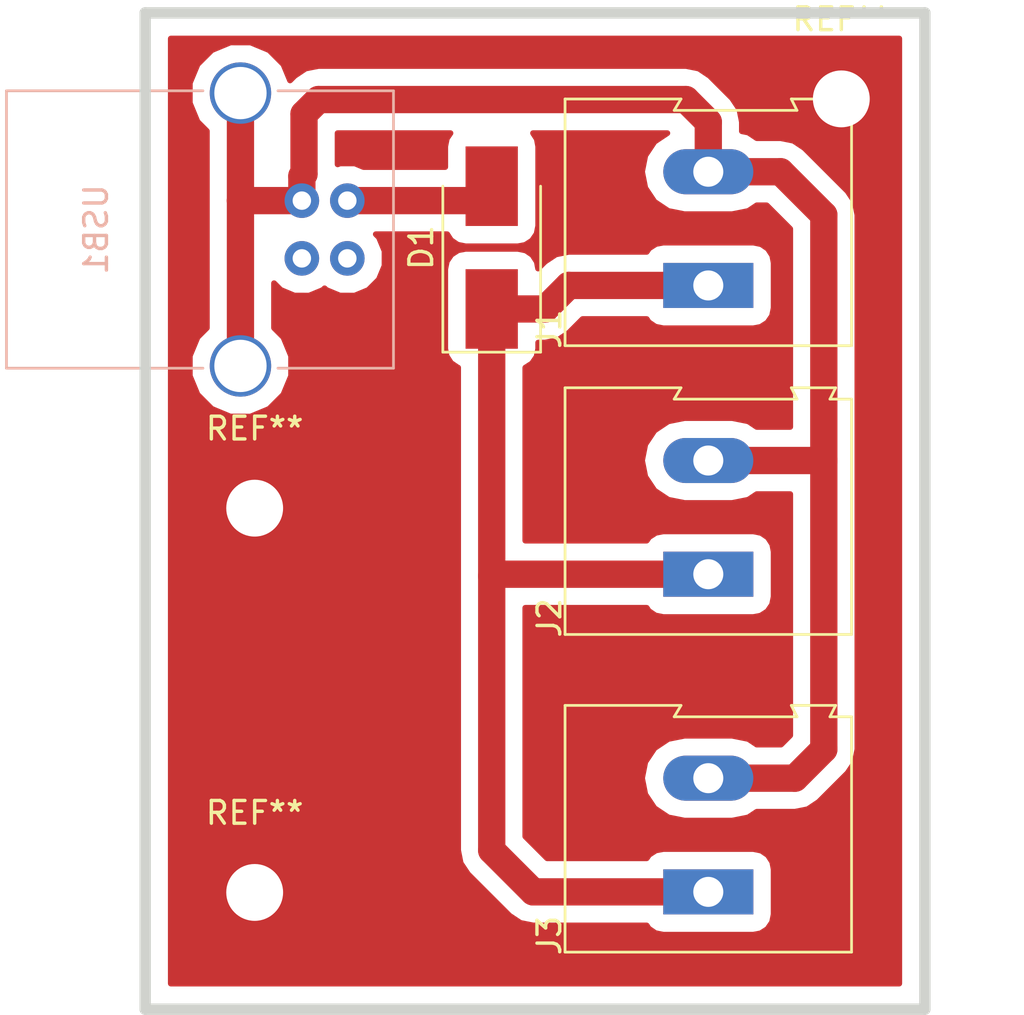
<source format=kicad_pcb>
(kicad_pcb (version 4) (host pcbnew 4.0.6)

  (general
    (links 9)
    (no_connects 0)
    (area 76.649999 32.375 121.878572 77.085001)
    (thickness 1.6)
    (drawings 4)
    (tracks 28)
    (zones 0)
    (modules 8)
    (nets 6)
  )

  (page User 200 150.012)
  (layers
    (0 F.Cu signal)
    (31 B.Cu signal)
    (32 B.Adhes user)
    (33 F.Adhes user)
    (34 B.Paste user)
    (35 F.Paste user)
    (36 B.SilkS user)
    (37 F.SilkS user)
    (38 B.Mask user)
    (39 F.Mask user)
    (40 Dwgs.User user)
    (41 Cmts.User user)
    (42 Eco1.User user)
    (43 Eco2.User user)
    (44 Edge.Cuts user)
    (45 Margin user)
    (46 B.CrtYd user)
    (47 F.CrtYd user)
    (48 B.Fab user)
    (49 F.Fab user)
  )

  (setup
    (last_trace_width 0.25)
    (user_trace_width 0.6)
    (user_trace_width 1.2)
    (trace_clearance 0.15)
    (zone_clearance 0.508)
    (zone_45_only no)
    (trace_min 0.2)
    (segment_width 0.2)
    (edge_width 0.5)
    (via_size 1.6)
    (via_drill 0.8)
    (via_min_size 0.4)
    (via_min_drill 0.3)
    (uvia_size 0.3)
    (uvia_drill 0.1)
    (uvias_allowed no)
    (uvia_min_size 0.2)
    (uvia_min_drill 0.1)
    (pcb_text_width 0.3)
    (pcb_text_size 1.5 1.5)
    (mod_edge_width 0.15)
    (mod_text_size 1 1)
    (mod_text_width 0.15)
    (pad_size 1.524 1.524)
    (pad_drill 0.762)
    (pad_to_mask_clearance 0.2)
    (aux_axis_origin 0 0)
    (visible_elements FFFFEF7F)
    (pcbplotparams
      (layerselection 0x00000_00000001)
      (usegerberextensions false)
      (excludeedgelayer false)
      (linewidth 0.100000)
      (plotframeref false)
      (viasonmask true)
      (mode 1)
      (useauxorigin false)
      (hpglpennumber 1)
      (hpglpenspeed 20)
      (hpglpendiameter 15)
      (hpglpenoverlay 2)
      (psnegative false)
      (psa4output false)
      (plotreference true)
      (plotvalue true)
      (plotinvisibletext false)
      (padsonsilk false)
      (subtractmaskfromsilk false)
      (outputformat 4)
      (mirror false)
      (drillshape 2)
      (scaleselection 1)
      (outputdirectory ""))
  )

  (net 0 "")
  (net 1 "Net-(D1-Pad1)")
  (net 2 "Net-(D1-Pad2)")
  (net 3 GND)
  (net 4 "Net-(USB1-Pad2)")
  (net 5 "Net-(USB1-Pad3)")

  (net_class Default "This is the default net class."
    (clearance 0.15)
    (trace_width 0.25)
    (via_dia 1.6)
    (via_drill 0.8)
    (uvia_dia 0.3)
    (uvia_drill 0.1)
    (add_net GND)
    (add_net "Net-(D1-Pad1)")
    (add_net "Net-(D1-Pad2)")
    (add_net "Net-(USB1-Pad2)")
    (add_net "Net-(USB1-Pad3)")
  )

  (module Diodes_SMD:D_SMB_Handsoldering (layer F.Cu) (tedit 5864304C) (tstamp 5BD13AE1)
    (at 98.425 43.34 90)
    (descr "Diode SMB Handsoldering")
    (tags "Diode SMB Handsoldering")
    (path /5BD13588)
    (attr smd)
    (fp_text reference D1 (at 0 -3.1 90) (layer F.SilkS)
      (effects (font (size 1 1) (thickness 0.15)))
    )
    (fp_text value D (at 0.1 4.75 90) (layer F.Fab)
      (effects (font (size 1 1) (thickness 0.15)))
    )
    (fp_line (start -4.6 -2.15) (end -4.6 2.15) (layer F.SilkS) (width 0.12))
    (fp_line (start 2.3 2) (end -2.3 2) (layer F.Fab) (width 0.1))
    (fp_line (start -2.3 2) (end -2.3 -2) (layer F.Fab) (width 0.1))
    (fp_line (start 2.3 -2) (end 2.3 2) (layer F.Fab) (width 0.1))
    (fp_line (start 2.3 -2) (end -2.3 -2) (layer F.Fab) (width 0.1))
    (fp_line (start -4.7 -2.25) (end 4.7 -2.25) (layer F.CrtYd) (width 0.05))
    (fp_line (start 4.7 -2.25) (end 4.7 2.25) (layer F.CrtYd) (width 0.05))
    (fp_line (start 4.7 2.25) (end -4.7 2.25) (layer F.CrtYd) (width 0.05))
    (fp_line (start -4.7 2.25) (end -4.7 -2.25) (layer F.CrtYd) (width 0.05))
    (fp_line (start -0.64944 0.00102) (end -1.55114 0.00102) (layer F.Fab) (width 0.1))
    (fp_line (start 0.50118 0.00102) (end 1.4994 0.00102) (layer F.Fab) (width 0.1))
    (fp_line (start -0.64944 -0.79908) (end -0.64944 0.80112) (layer F.Fab) (width 0.1))
    (fp_line (start 0.50118 0.75032) (end 0.50118 -0.79908) (layer F.Fab) (width 0.1))
    (fp_line (start -0.64944 0.00102) (end 0.50118 0.75032) (layer F.Fab) (width 0.1))
    (fp_line (start -0.64944 0.00102) (end 0.50118 -0.79908) (layer F.Fab) (width 0.1))
    (fp_line (start -4.6 2.15) (end 2.7 2.15) (layer F.SilkS) (width 0.12))
    (fp_line (start -4.6 -2.15) (end 2.7 -2.15) (layer F.SilkS) (width 0.12))
    (pad 1 smd rect (at -2.7 0 90) (size 3.5 2.3) (layers F.Cu F.Paste F.Mask)
      (net 1 "Net-(D1-Pad1)"))
    (pad 2 smd rect (at 2.7 0 90) (size 3.5 2.3) (layers F.Cu F.Paste F.Mask)
      (net 2 "Net-(D1-Pad2)"))
    (model Diodes_SMD.3dshapes/D_SMB_Handsoldering.wrl
      (at (xyz 0 0 0))
      (scale (xyz 0.3937 0.3937 0.3937))
      (rotate (xyz 0 0 180))
    )
  )

  (module Connectors:AK300-2 (layer F.Cu) (tedit 587FD45E) (tstamp 5BD13AE7)
    (at 107.95 45.005 90)
    (descr CONNECTOR)
    (tags CONNECTOR)
    (path /5BD13746)
    (fp_text reference J1 (at -1.92 -6.99 90) (layer F.SilkS)
      (effects (font (size 1 1) (thickness 0.15)))
    )
    (fp_text value CONN_01X02 (at 2.78 7.75 90) (layer F.Fab)
      (effects (font (size 1 1) (thickness 0.15)))
    )
    (fp_line (start -2.65 -6.3) (end -2.65 6.3) (layer F.SilkS) (width 0.12))
    (fp_line (start -2.65 6.3) (end 7.7 6.3) (layer F.SilkS) (width 0.12))
    (fp_line (start 7.7 6.3) (end 7.7 5.35) (layer F.SilkS) (width 0.12))
    (fp_line (start 7.7 5.35) (end 8.2 5.6) (layer F.SilkS) (width 0.12))
    (fp_line (start 8.2 5.6) (end 8.2 3.7) (layer F.SilkS) (width 0.12))
    (fp_line (start 8.2 3.7) (end 8.2 3.65) (layer F.SilkS) (width 0.12))
    (fp_line (start 8.2 3.65) (end 7.7 3.9) (layer F.SilkS) (width 0.12))
    (fp_line (start 7.7 3.9) (end 7.7 -1.5) (layer F.SilkS) (width 0.12))
    (fp_line (start 7.7 -1.5) (end 8.2 -1.2) (layer F.SilkS) (width 0.12))
    (fp_line (start 8.2 -1.2) (end 8.2 -6.3) (layer F.SilkS) (width 0.12))
    (fp_line (start 8.2 -6.3) (end -2.65 -6.3) (layer F.SilkS) (width 0.12))
    (fp_line (start 8.36 -6.47) (end -2.83 -6.47) (layer F.CrtYd) (width 0.05))
    (fp_line (start 8.36 6.47) (end 8.36 -6.47) (layer F.CrtYd) (width 0.05))
    (fp_line (start -2.83 6.47) (end 8.36 6.47) (layer F.CrtYd) (width 0.05))
    (fp_line (start -2.83 -6.47) (end -2.83 6.47) (layer F.CrtYd) (width 0.05))
    (fp_line (start -1.26 2.54) (end 1.28 2.54) (layer F.Fab) (width 0.1))
    (fp_line (start 1.28 2.54) (end 1.28 -0.25) (layer F.Fab) (width 0.1))
    (fp_line (start -1.26 -0.25) (end 1.28 -0.25) (layer F.Fab) (width 0.1))
    (fp_line (start -1.26 2.54) (end -1.26 -0.25) (layer F.Fab) (width 0.1))
    (fp_line (start 3.74 2.54) (end 6.28 2.54) (layer F.Fab) (width 0.1))
    (fp_line (start 6.28 2.54) (end 6.28 -0.25) (layer F.Fab) (width 0.1))
    (fp_line (start 3.74 -0.25) (end 6.28 -0.25) (layer F.Fab) (width 0.1))
    (fp_line (start 3.74 2.54) (end 3.74 -0.25) (layer F.Fab) (width 0.1))
    (fp_line (start 7.61 -6.22) (end 7.61 -3.17) (layer F.Fab) (width 0.1))
    (fp_line (start 7.61 -6.22) (end -2.58 -6.22) (layer F.Fab) (width 0.1))
    (fp_line (start 7.61 -6.22) (end 8.11 -6.22) (layer F.Fab) (width 0.1))
    (fp_line (start 8.11 -6.22) (end 8.11 -1.4) (layer F.Fab) (width 0.1))
    (fp_line (start 8.11 -1.4) (end 7.61 -1.65) (layer F.Fab) (width 0.1))
    (fp_line (start 8.11 5.46) (end 7.61 5.21) (layer F.Fab) (width 0.1))
    (fp_line (start 7.61 5.21) (end 7.61 6.22) (layer F.Fab) (width 0.1))
    (fp_line (start 8.11 3.81) (end 7.61 4.06) (layer F.Fab) (width 0.1))
    (fp_line (start 7.61 4.06) (end 7.61 5.21) (layer F.Fab) (width 0.1))
    (fp_line (start 8.11 3.81) (end 8.11 5.46) (layer F.Fab) (width 0.1))
    (fp_line (start 2.98 6.22) (end 2.98 4.32) (layer F.Fab) (width 0.1))
    (fp_line (start 7.05 -0.25) (end 7.05 4.32) (layer F.Fab) (width 0.1))
    (fp_line (start 2.98 6.22) (end 7.05 6.22) (layer F.Fab) (width 0.1))
    (fp_line (start 7.05 6.22) (end 7.61 6.22) (layer F.Fab) (width 0.1))
    (fp_line (start 2.04 6.22) (end 2.04 4.32) (layer F.Fab) (width 0.1))
    (fp_line (start 2.04 6.22) (end 2.98 6.22) (layer F.Fab) (width 0.1))
    (fp_line (start -2.02 -0.25) (end -2.02 4.32) (layer F.Fab) (width 0.1))
    (fp_line (start -2.58 6.22) (end -2.02 6.22) (layer F.Fab) (width 0.1))
    (fp_line (start -2.02 6.22) (end 2.04 6.22) (layer F.Fab) (width 0.1))
    (fp_line (start 2.98 4.32) (end 7.05 4.32) (layer F.Fab) (width 0.1))
    (fp_line (start 2.98 4.32) (end 2.98 -0.25) (layer F.Fab) (width 0.1))
    (fp_line (start 7.05 4.32) (end 7.05 6.22) (layer F.Fab) (width 0.1))
    (fp_line (start 2.04 4.32) (end -2.02 4.32) (layer F.Fab) (width 0.1))
    (fp_line (start 2.04 4.32) (end 2.04 -0.25) (layer F.Fab) (width 0.1))
    (fp_line (start -2.02 4.32) (end -2.02 6.22) (layer F.Fab) (width 0.1))
    (fp_line (start 6.67 3.68) (end 6.67 0.51) (layer F.Fab) (width 0.1))
    (fp_line (start 6.67 3.68) (end 3.36 3.68) (layer F.Fab) (width 0.1))
    (fp_line (start 3.36 3.68) (end 3.36 0.51) (layer F.Fab) (width 0.1))
    (fp_line (start 1.66 3.68) (end 1.66 0.51) (layer F.Fab) (width 0.1))
    (fp_line (start 1.66 3.68) (end -1.64 3.68) (layer F.Fab) (width 0.1))
    (fp_line (start -1.64 3.68) (end -1.64 0.51) (layer F.Fab) (width 0.1))
    (fp_line (start -1.64 0.51) (end -1.26 0.51) (layer F.Fab) (width 0.1))
    (fp_line (start 1.66 0.51) (end 1.28 0.51) (layer F.Fab) (width 0.1))
    (fp_line (start 3.36 0.51) (end 3.74 0.51) (layer F.Fab) (width 0.1))
    (fp_line (start 6.67 0.51) (end 6.28 0.51) (layer F.Fab) (width 0.1))
    (fp_line (start -2.58 6.22) (end -2.58 -0.64) (layer F.Fab) (width 0.1))
    (fp_line (start -2.58 -0.64) (end -2.58 -3.17) (layer F.Fab) (width 0.1))
    (fp_line (start 7.61 -1.65) (end 7.61 -0.64) (layer F.Fab) (width 0.1))
    (fp_line (start 7.61 -0.64) (end 7.61 4.06) (layer F.Fab) (width 0.1))
    (fp_line (start -2.58 -3.17) (end 7.61 -3.17) (layer F.Fab) (width 0.1))
    (fp_line (start -2.58 -3.17) (end -2.58 -6.22) (layer F.Fab) (width 0.1))
    (fp_line (start 7.61 -3.17) (end 7.61 -1.65) (layer F.Fab) (width 0.1))
    (fp_line (start 2.98 -3.43) (end 2.98 -5.97) (layer F.Fab) (width 0.1))
    (fp_line (start 2.98 -5.97) (end 7.05 -5.97) (layer F.Fab) (width 0.1))
    (fp_line (start 7.05 -5.97) (end 7.05 -3.43) (layer F.Fab) (width 0.1))
    (fp_line (start 7.05 -3.43) (end 2.98 -3.43) (layer F.Fab) (width 0.1))
    (fp_line (start 2.04 -3.43) (end 2.04 -5.97) (layer F.Fab) (width 0.1))
    (fp_line (start 2.04 -3.43) (end -2.02 -3.43) (layer F.Fab) (width 0.1))
    (fp_line (start -2.02 -3.43) (end -2.02 -5.97) (layer F.Fab) (width 0.1))
    (fp_line (start 2.04 -5.97) (end -2.02 -5.97) (layer F.Fab) (width 0.1))
    (fp_line (start 3.39 -4.45) (end 6.44 -5.08) (layer F.Fab) (width 0.1))
    (fp_line (start 3.52 -4.32) (end 6.56 -4.95) (layer F.Fab) (width 0.1))
    (fp_line (start -1.62 -4.45) (end 1.44 -5.08) (layer F.Fab) (width 0.1))
    (fp_line (start -1.49 -4.32) (end 1.56 -4.95) (layer F.Fab) (width 0.1))
    (fp_line (start -2.02 -0.25) (end -1.64 -0.25) (layer F.Fab) (width 0.1))
    (fp_line (start 2.04 -0.25) (end 1.66 -0.25) (layer F.Fab) (width 0.1))
    (fp_line (start 1.66 -0.25) (end -1.64 -0.25) (layer F.Fab) (width 0.1))
    (fp_line (start -2.58 -0.64) (end -1.64 -0.64) (layer F.Fab) (width 0.1))
    (fp_line (start -1.64 -0.64) (end 1.66 -0.64) (layer F.Fab) (width 0.1))
    (fp_line (start 1.66 -0.64) (end 3.36 -0.64) (layer F.Fab) (width 0.1))
    (fp_line (start 7.61 -0.64) (end 6.67 -0.64) (layer F.Fab) (width 0.1))
    (fp_line (start 6.67 -0.64) (end 3.36 -0.64) (layer F.Fab) (width 0.1))
    (fp_line (start 7.05 -0.25) (end 6.67 -0.25) (layer F.Fab) (width 0.1))
    (fp_line (start 2.98 -0.25) (end 3.36 -0.25) (layer F.Fab) (width 0.1))
    (fp_line (start 3.36 -0.25) (end 6.67 -0.25) (layer F.Fab) (width 0.1))
    (fp_arc (start 6.03 -4.59) (end 6.54 -5.05) (angle 90.5) (layer F.Fab) (width 0.1))
    (fp_arc (start 5.07 -6.07) (end 6.53 -4.12) (angle 75.5) (layer F.Fab) (width 0.1))
    (fp_arc (start 4.99 -3.71) (end 3.39 -5) (angle 100) (layer F.Fab) (width 0.1))
    (fp_arc (start 3.87 -4.65) (end 3.58 -4.13) (angle 104.2) (layer F.Fab) (width 0.1))
    (fp_arc (start 1.03 -4.59) (end 1.53 -5.05) (angle 90.5) (layer F.Fab) (width 0.1))
    (fp_arc (start 0.06 -6.07) (end 1.53 -4.12) (angle 75.5) (layer F.Fab) (width 0.1))
    (fp_arc (start -0.01 -3.71) (end -1.62 -5) (angle 100) (layer F.Fab) (width 0.1))
    (fp_arc (start -1.13 -4.65) (end -1.42 -4.13) (angle 104.2) (layer F.Fab) (width 0.1))
    (pad 1 thru_hole rect (at 0 0 90) (size 1.98 3.96) (drill 1.32) (layers *.Cu F.Paste F.Mask)
      (net 1 "Net-(D1-Pad1)"))
    (pad 2 thru_hole oval (at 5 0 90) (size 1.98 3.96) (drill 1.32) (layers *.Cu F.Paste F.Mask)
      (net 3 GND))
  )

  (module Connectors:AK300-2 (layer F.Cu) (tedit 587FD45E) (tstamp 5BD13AED)
    (at 107.95 57.705 90)
    (descr CONNECTOR)
    (tags CONNECTOR)
    (path /5BD13769)
    (fp_text reference J2 (at -1.92 -6.99 90) (layer F.SilkS)
      (effects (font (size 1 1) (thickness 0.15)))
    )
    (fp_text value CONN_01X02 (at 2.78 7.75 90) (layer F.Fab)
      (effects (font (size 1 1) (thickness 0.15)))
    )
    (fp_line (start -2.65 -6.3) (end -2.65 6.3) (layer F.SilkS) (width 0.12))
    (fp_line (start -2.65 6.3) (end 7.7 6.3) (layer F.SilkS) (width 0.12))
    (fp_line (start 7.7 6.3) (end 7.7 5.35) (layer F.SilkS) (width 0.12))
    (fp_line (start 7.7 5.35) (end 8.2 5.6) (layer F.SilkS) (width 0.12))
    (fp_line (start 8.2 5.6) (end 8.2 3.7) (layer F.SilkS) (width 0.12))
    (fp_line (start 8.2 3.7) (end 8.2 3.65) (layer F.SilkS) (width 0.12))
    (fp_line (start 8.2 3.65) (end 7.7 3.9) (layer F.SilkS) (width 0.12))
    (fp_line (start 7.7 3.9) (end 7.7 -1.5) (layer F.SilkS) (width 0.12))
    (fp_line (start 7.7 -1.5) (end 8.2 -1.2) (layer F.SilkS) (width 0.12))
    (fp_line (start 8.2 -1.2) (end 8.2 -6.3) (layer F.SilkS) (width 0.12))
    (fp_line (start 8.2 -6.3) (end -2.65 -6.3) (layer F.SilkS) (width 0.12))
    (fp_line (start 8.36 -6.47) (end -2.83 -6.47) (layer F.CrtYd) (width 0.05))
    (fp_line (start 8.36 6.47) (end 8.36 -6.47) (layer F.CrtYd) (width 0.05))
    (fp_line (start -2.83 6.47) (end 8.36 6.47) (layer F.CrtYd) (width 0.05))
    (fp_line (start -2.83 -6.47) (end -2.83 6.47) (layer F.CrtYd) (width 0.05))
    (fp_line (start -1.26 2.54) (end 1.28 2.54) (layer F.Fab) (width 0.1))
    (fp_line (start 1.28 2.54) (end 1.28 -0.25) (layer F.Fab) (width 0.1))
    (fp_line (start -1.26 -0.25) (end 1.28 -0.25) (layer F.Fab) (width 0.1))
    (fp_line (start -1.26 2.54) (end -1.26 -0.25) (layer F.Fab) (width 0.1))
    (fp_line (start 3.74 2.54) (end 6.28 2.54) (layer F.Fab) (width 0.1))
    (fp_line (start 6.28 2.54) (end 6.28 -0.25) (layer F.Fab) (width 0.1))
    (fp_line (start 3.74 -0.25) (end 6.28 -0.25) (layer F.Fab) (width 0.1))
    (fp_line (start 3.74 2.54) (end 3.74 -0.25) (layer F.Fab) (width 0.1))
    (fp_line (start 7.61 -6.22) (end 7.61 -3.17) (layer F.Fab) (width 0.1))
    (fp_line (start 7.61 -6.22) (end -2.58 -6.22) (layer F.Fab) (width 0.1))
    (fp_line (start 7.61 -6.22) (end 8.11 -6.22) (layer F.Fab) (width 0.1))
    (fp_line (start 8.11 -6.22) (end 8.11 -1.4) (layer F.Fab) (width 0.1))
    (fp_line (start 8.11 -1.4) (end 7.61 -1.65) (layer F.Fab) (width 0.1))
    (fp_line (start 8.11 5.46) (end 7.61 5.21) (layer F.Fab) (width 0.1))
    (fp_line (start 7.61 5.21) (end 7.61 6.22) (layer F.Fab) (width 0.1))
    (fp_line (start 8.11 3.81) (end 7.61 4.06) (layer F.Fab) (width 0.1))
    (fp_line (start 7.61 4.06) (end 7.61 5.21) (layer F.Fab) (width 0.1))
    (fp_line (start 8.11 3.81) (end 8.11 5.46) (layer F.Fab) (width 0.1))
    (fp_line (start 2.98 6.22) (end 2.98 4.32) (layer F.Fab) (width 0.1))
    (fp_line (start 7.05 -0.25) (end 7.05 4.32) (layer F.Fab) (width 0.1))
    (fp_line (start 2.98 6.22) (end 7.05 6.22) (layer F.Fab) (width 0.1))
    (fp_line (start 7.05 6.22) (end 7.61 6.22) (layer F.Fab) (width 0.1))
    (fp_line (start 2.04 6.22) (end 2.04 4.32) (layer F.Fab) (width 0.1))
    (fp_line (start 2.04 6.22) (end 2.98 6.22) (layer F.Fab) (width 0.1))
    (fp_line (start -2.02 -0.25) (end -2.02 4.32) (layer F.Fab) (width 0.1))
    (fp_line (start -2.58 6.22) (end -2.02 6.22) (layer F.Fab) (width 0.1))
    (fp_line (start -2.02 6.22) (end 2.04 6.22) (layer F.Fab) (width 0.1))
    (fp_line (start 2.98 4.32) (end 7.05 4.32) (layer F.Fab) (width 0.1))
    (fp_line (start 2.98 4.32) (end 2.98 -0.25) (layer F.Fab) (width 0.1))
    (fp_line (start 7.05 4.32) (end 7.05 6.22) (layer F.Fab) (width 0.1))
    (fp_line (start 2.04 4.32) (end -2.02 4.32) (layer F.Fab) (width 0.1))
    (fp_line (start 2.04 4.32) (end 2.04 -0.25) (layer F.Fab) (width 0.1))
    (fp_line (start -2.02 4.32) (end -2.02 6.22) (layer F.Fab) (width 0.1))
    (fp_line (start 6.67 3.68) (end 6.67 0.51) (layer F.Fab) (width 0.1))
    (fp_line (start 6.67 3.68) (end 3.36 3.68) (layer F.Fab) (width 0.1))
    (fp_line (start 3.36 3.68) (end 3.36 0.51) (layer F.Fab) (width 0.1))
    (fp_line (start 1.66 3.68) (end 1.66 0.51) (layer F.Fab) (width 0.1))
    (fp_line (start 1.66 3.68) (end -1.64 3.68) (layer F.Fab) (width 0.1))
    (fp_line (start -1.64 3.68) (end -1.64 0.51) (layer F.Fab) (width 0.1))
    (fp_line (start -1.64 0.51) (end -1.26 0.51) (layer F.Fab) (width 0.1))
    (fp_line (start 1.66 0.51) (end 1.28 0.51) (layer F.Fab) (width 0.1))
    (fp_line (start 3.36 0.51) (end 3.74 0.51) (layer F.Fab) (width 0.1))
    (fp_line (start 6.67 0.51) (end 6.28 0.51) (layer F.Fab) (width 0.1))
    (fp_line (start -2.58 6.22) (end -2.58 -0.64) (layer F.Fab) (width 0.1))
    (fp_line (start -2.58 -0.64) (end -2.58 -3.17) (layer F.Fab) (width 0.1))
    (fp_line (start 7.61 -1.65) (end 7.61 -0.64) (layer F.Fab) (width 0.1))
    (fp_line (start 7.61 -0.64) (end 7.61 4.06) (layer F.Fab) (width 0.1))
    (fp_line (start -2.58 -3.17) (end 7.61 -3.17) (layer F.Fab) (width 0.1))
    (fp_line (start -2.58 -3.17) (end -2.58 -6.22) (layer F.Fab) (width 0.1))
    (fp_line (start 7.61 -3.17) (end 7.61 -1.65) (layer F.Fab) (width 0.1))
    (fp_line (start 2.98 -3.43) (end 2.98 -5.97) (layer F.Fab) (width 0.1))
    (fp_line (start 2.98 -5.97) (end 7.05 -5.97) (layer F.Fab) (width 0.1))
    (fp_line (start 7.05 -5.97) (end 7.05 -3.43) (layer F.Fab) (width 0.1))
    (fp_line (start 7.05 -3.43) (end 2.98 -3.43) (layer F.Fab) (width 0.1))
    (fp_line (start 2.04 -3.43) (end 2.04 -5.97) (layer F.Fab) (width 0.1))
    (fp_line (start 2.04 -3.43) (end -2.02 -3.43) (layer F.Fab) (width 0.1))
    (fp_line (start -2.02 -3.43) (end -2.02 -5.97) (layer F.Fab) (width 0.1))
    (fp_line (start 2.04 -5.97) (end -2.02 -5.97) (layer F.Fab) (width 0.1))
    (fp_line (start 3.39 -4.45) (end 6.44 -5.08) (layer F.Fab) (width 0.1))
    (fp_line (start 3.52 -4.32) (end 6.56 -4.95) (layer F.Fab) (width 0.1))
    (fp_line (start -1.62 -4.45) (end 1.44 -5.08) (layer F.Fab) (width 0.1))
    (fp_line (start -1.49 -4.32) (end 1.56 -4.95) (layer F.Fab) (width 0.1))
    (fp_line (start -2.02 -0.25) (end -1.64 -0.25) (layer F.Fab) (width 0.1))
    (fp_line (start 2.04 -0.25) (end 1.66 -0.25) (layer F.Fab) (width 0.1))
    (fp_line (start 1.66 -0.25) (end -1.64 -0.25) (layer F.Fab) (width 0.1))
    (fp_line (start -2.58 -0.64) (end -1.64 -0.64) (layer F.Fab) (width 0.1))
    (fp_line (start -1.64 -0.64) (end 1.66 -0.64) (layer F.Fab) (width 0.1))
    (fp_line (start 1.66 -0.64) (end 3.36 -0.64) (layer F.Fab) (width 0.1))
    (fp_line (start 7.61 -0.64) (end 6.67 -0.64) (layer F.Fab) (width 0.1))
    (fp_line (start 6.67 -0.64) (end 3.36 -0.64) (layer F.Fab) (width 0.1))
    (fp_line (start 7.05 -0.25) (end 6.67 -0.25) (layer F.Fab) (width 0.1))
    (fp_line (start 2.98 -0.25) (end 3.36 -0.25) (layer F.Fab) (width 0.1))
    (fp_line (start 3.36 -0.25) (end 6.67 -0.25) (layer F.Fab) (width 0.1))
    (fp_arc (start 6.03 -4.59) (end 6.54 -5.05) (angle 90.5) (layer F.Fab) (width 0.1))
    (fp_arc (start 5.07 -6.07) (end 6.53 -4.12) (angle 75.5) (layer F.Fab) (width 0.1))
    (fp_arc (start 4.99 -3.71) (end 3.39 -5) (angle 100) (layer F.Fab) (width 0.1))
    (fp_arc (start 3.87 -4.65) (end 3.58 -4.13) (angle 104.2) (layer F.Fab) (width 0.1))
    (fp_arc (start 1.03 -4.59) (end 1.53 -5.05) (angle 90.5) (layer F.Fab) (width 0.1))
    (fp_arc (start 0.06 -6.07) (end 1.53 -4.12) (angle 75.5) (layer F.Fab) (width 0.1))
    (fp_arc (start -0.01 -3.71) (end -1.62 -5) (angle 100) (layer F.Fab) (width 0.1))
    (fp_arc (start -1.13 -4.65) (end -1.42 -4.13) (angle 104.2) (layer F.Fab) (width 0.1))
    (pad 1 thru_hole rect (at 0 0 90) (size 1.98 3.96) (drill 1.32) (layers *.Cu F.Paste F.Mask)
      (net 1 "Net-(D1-Pad1)"))
    (pad 2 thru_hole oval (at 5 0 90) (size 1.98 3.96) (drill 1.32) (layers *.Cu F.Paste F.Mask)
      (net 3 GND))
  )

  (module Connectors:AK300-2 (layer F.Cu) (tedit 587FD45E) (tstamp 5BD13AF3)
    (at 107.95 71.675 90)
    (descr CONNECTOR)
    (tags CONNECTOR)
    (path /5BD13796)
    (fp_text reference J3 (at -1.92 -6.99 90) (layer F.SilkS)
      (effects (font (size 1 1) (thickness 0.15)))
    )
    (fp_text value CONN_01X02 (at 2.78 7.75 90) (layer F.Fab)
      (effects (font (size 1 1) (thickness 0.15)))
    )
    (fp_line (start -2.65 -6.3) (end -2.65 6.3) (layer F.SilkS) (width 0.12))
    (fp_line (start -2.65 6.3) (end 7.7 6.3) (layer F.SilkS) (width 0.12))
    (fp_line (start 7.7 6.3) (end 7.7 5.35) (layer F.SilkS) (width 0.12))
    (fp_line (start 7.7 5.35) (end 8.2 5.6) (layer F.SilkS) (width 0.12))
    (fp_line (start 8.2 5.6) (end 8.2 3.7) (layer F.SilkS) (width 0.12))
    (fp_line (start 8.2 3.7) (end 8.2 3.65) (layer F.SilkS) (width 0.12))
    (fp_line (start 8.2 3.65) (end 7.7 3.9) (layer F.SilkS) (width 0.12))
    (fp_line (start 7.7 3.9) (end 7.7 -1.5) (layer F.SilkS) (width 0.12))
    (fp_line (start 7.7 -1.5) (end 8.2 -1.2) (layer F.SilkS) (width 0.12))
    (fp_line (start 8.2 -1.2) (end 8.2 -6.3) (layer F.SilkS) (width 0.12))
    (fp_line (start 8.2 -6.3) (end -2.65 -6.3) (layer F.SilkS) (width 0.12))
    (fp_line (start 8.36 -6.47) (end -2.83 -6.47) (layer F.CrtYd) (width 0.05))
    (fp_line (start 8.36 6.47) (end 8.36 -6.47) (layer F.CrtYd) (width 0.05))
    (fp_line (start -2.83 6.47) (end 8.36 6.47) (layer F.CrtYd) (width 0.05))
    (fp_line (start -2.83 -6.47) (end -2.83 6.47) (layer F.CrtYd) (width 0.05))
    (fp_line (start -1.26 2.54) (end 1.28 2.54) (layer F.Fab) (width 0.1))
    (fp_line (start 1.28 2.54) (end 1.28 -0.25) (layer F.Fab) (width 0.1))
    (fp_line (start -1.26 -0.25) (end 1.28 -0.25) (layer F.Fab) (width 0.1))
    (fp_line (start -1.26 2.54) (end -1.26 -0.25) (layer F.Fab) (width 0.1))
    (fp_line (start 3.74 2.54) (end 6.28 2.54) (layer F.Fab) (width 0.1))
    (fp_line (start 6.28 2.54) (end 6.28 -0.25) (layer F.Fab) (width 0.1))
    (fp_line (start 3.74 -0.25) (end 6.28 -0.25) (layer F.Fab) (width 0.1))
    (fp_line (start 3.74 2.54) (end 3.74 -0.25) (layer F.Fab) (width 0.1))
    (fp_line (start 7.61 -6.22) (end 7.61 -3.17) (layer F.Fab) (width 0.1))
    (fp_line (start 7.61 -6.22) (end -2.58 -6.22) (layer F.Fab) (width 0.1))
    (fp_line (start 7.61 -6.22) (end 8.11 -6.22) (layer F.Fab) (width 0.1))
    (fp_line (start 8.11 -6.22) (end 8.11 -1.4) (layer F.Fab) (width 0.1))
    (fp_line (start 8.11 -1.4) (end 7.61 -1.65) (layer F.Fab) (width 0.1))
    (fp_line (start 8.11 5.46) (end 7.61 5.21) (layer F.Fab) (width 0.1))
    (fp_line (start 7.61 5.21) (end 7.61 6.22) (layer F.Fab) (width 0.1))
    (fp_line (start 8.11 3.81) (end 7.61 4.06) (layer F.Fab) (width 0.1))
    (fp_line (start 7.61 4.06) (end 7.61 5.21) (layer F.Fab) (width 0.1))
    (fp_line (start 8.11 3.81) (end 8.11 5.46) (layer F.Fab) (width 0.1))
    (fp_line (start 2.98 6.22) (end 2.98 4.32) (layer F.Fab) (width 0.1))
    (fp_line (start 7.05 -0.25) (end 7.05 4.32) (layer F.Fab) (width 0.1))
    (fp_line (start 2.98 6.22) (end 7.05 6.22) (layer F.Fab) (width 0.1))
    (fp_line (start 7.05 6.22) (end 7.61 6.22) (layer F.Fab) (width 0.1))
    (fp_line (start 2.04 6.22) (end 2.04 4.32) (layer F.Fab) (width 0.1))
    (fp_line (start 2.04 6.22) (end 2.98 6.22) (layer F.Fab) (width 0.1))
    (fp_line (start -2.02 -0.25) (end -2.02 4.32) (layer F.Fab) (width 0.1))
    (fp_line (start -2.58 6.22) (end -2.02 6.22) (layer F.Fab) (width 0.1))
    (fp_line (start -2.02 6.22) (end 2.04 6.22) (layer F.Fab) (width 0.1))
    (fp_line (start 2.98 4.32) (end 7.05 4.32) (layer F.Fab) (width 0.1))
    (fp_line (start 2.98 4.32) (end 2.98 -0.25) (layer F.Fab) (width 0.1))
    (fp_line (start 7.05 4.32) (end 7.05 6.22) (layer F.Fab) (width 0.1))
    (fp_line (start 2.04 4.32) (end -2.02 4.32) (layer F.Fab) (width 0.1))
    (fp_line (start 2.04 4.32) (end 2.04 -0.25) (layer F.Fab) (width 0.1))
    (fp_line (start -2.02 4.32) (end -2.02 6.22) (layer F.Fab) (width 0.1))
    (fp_line (start 6.67 3.68) (end 6.67 0.51) (layer F.Fab) (width 0.1))
    (fp_line (start 6.67 3.68) (end 3.36 3.68) (layer F.Fab) (width 0.1))
    (fp_line (start 3.36 3.68) (end 3.36 0.51) (layer F.Fab) (width 0.1))
    (fp_line (start 1.66 3.68) (end 1.66 0.51) (layer F.Fab) (width 0.1))
    (fp_line (start 1.66 3.68) (end -1.64 3.68) (layer F.Fab) (width 0.1))
    (fp_line (start -1.64 3.68) (end -1.64 0.51) (layer F.Fab) (width 0.1))
    (fp_line (start -1.64 0.51) (end -1.26 0.51) (layer F.Fab) (width 0.1))
    (fp_line (start 1.66 0.51) (end 1.28 0.51) (layer F.Fab) (width 0.1))
    (fp_line (start 3.36 0.51) (end 3.74 0.51) (layer F.Fab) (width 0.1))
    (fp_line (start 6.67 0.51) (end 6.28 0.51) (layer F.Fab) (width 0.1))
    (fp_line (start -2.58 6.22) (end -2.58 -0.64) (layer F.Fab) (width 0.1))
    (fp_line (start -2.58 -0.64) (end -2.58 -3.17) (layer F.Fab) (width 0.1))
    (fp_line (start 7.61 -1.65) (end 7.61 -0.64) (layer F.Fab) (width 0.1))
    (fp_line (start 7.61 -0.64) (end 7.61 4.06) (layer F.Fab) (width 0.1))
    (fp_line (start -2.58 -3.17) (end 7.61 -3.17) (layer F.Fab) (width 0.1))
    (fp_line (start -2.58 -3.17) (end -2.58 -6.22) (layer F.Fab) (width 0.1))
    (fp_line (start 7.61 -3.17) (end 7.61 -1.65) (layer F.Fab) (width 0.1))
    (fp_line (start 2.98 -3.43) (end 2.98 -5.97) (layer F.Fab) (width 0.1))
    (fp_line (start 2.98 -5.97) (end 7.05 -5.97) (layer F.Fab) (width 0.1))
    (fp_line (start 7.05 -5.97) (end 7.05 -3.43) (layer F.Fab) (width 0.1))
    (fp_line (start 7.05 -3.43) (end 2.98 -3.43) (layer F.Fab) (width 0.1))
    (fp_line (start 2.04 -3.43) (end 2.04 -5.97) (layer F.Fab) (width 0.1))
    (fp_line (start 2.04 -3.43) (end -2.02 -3.43) (layer F.Fab) (width 0.1))
    (fp_line (start -2.02 -3.43) (end -2.02 -5.97) (layer F.Fab) (width 0.1))
    (fp_line (start 2.04 -5.97) (end -2.02 -5.97) (layer F.Fab) (width 0.1))
    (fp_line (start 3.39 -4.45) (end 6.44 -5.08) (layer F.Fab) (width 0.1))
    (fp_line (start 3.52 -4.32) (end 6.56 -4.95) (layer F.Fab) (width 0.1))
    (fp_line (start -1.62 -4.45) (end 1.44 -5.08) (layer F.Fab) (width 0.1))
    (fp_line (start -1.49 -4.32) (end 1.56 -4.95) (layer F.Fab) (width 0.1))
    (fp_line (start -2.02 -0.25) (end -1.64 -0.25) (layer F.Fab) (width 0.1))
    (fp_line (start 2.04 -0.25) (end 1.66 -0.25) (layer F.Fab) (width 0.1))
    (fp_line (start 1.66 -0.25) (end -1.64 -0.25) (layer F.Fab) (width 0.1))
    (fp_line (start -2.58 -0.64) (end -1.64 -0.64) (layer F.Fab) (width 0.1))
    (fp_line (start -1.64 -0.64) (end 1.66 -0.64) (layer F.Fab) (width 0.1))
    (fp_line (start 1.66 -0.64) (end 3.36 -0.64) (layer F.Fab) (width 0.1))
    (fp_line (start 7.61 -0.64) (end 6.67 -0.64) (layer F.Fab) (width 0.1))
    (fp_line (start 6.67 -0.64) (end 3.36 -0.64) (layer F.Fab) (width 0.1))
    (fp_line (start 7.05 -0.25) (end 6.67 -0.25) (layer F.Fab) (width 0.1))
    (fp_line (start 2.98 -0.25) (end 3.36 -0.25) (layer F.Fab) (width 0.1))
    (fp_line (start 3.36 -0.25) (end 6.67 -0.25) (layer F.Fab) (width 0.1))
    (fp_arc (start 6.03 -4.59) (end 6.54 -5.05) (angle 90.5) (layer F.Fab) (width 0.1))
    (fp_arc (start 5.07 -6.07) (end 6.53 -4.12) (angle 75.5) (layer F.Fab) (width 0.1))
    (fp_arc (start 4.99 -3.71) (end 3.39 -5) (angle 100) (layer F.Fab) (width 0.1))
    (fp_arc (start 3.87 -4.65) (end 3.58 -4.13) (angle 104.2) (layer F.Fab) (width 0.1))
    (fp_arc (start 1.03 -4.59) (end 1.53 -5.05) (angle 90.5) (layer F.Fab) (width 0.1))
    (fp_arc (start 0.06 -6.07) (end 1.53 -4.12) (angle 75.5) (layer F.Fab) (width 0.1))
    (fp_arc (start -0.01 -3.71) (end -1.62 -5) (angle 100) (layer F.Fab) (width 0.1))
    (fp_arc (start -1.13 -4.65) (end -1.42 -4.13) (angle 104.2) (layer F.Fab) (width 0.1))
    (pad 1 thru_hole rect (at 0 0 90) (size 1.98 3.96) (drill 1.32) (layers *.Cu F.Paste F.Mask)
      (net 1 "Net-(D1-Pad1)"))
    (pad 2 thru_hole oval (at 5 0 90) (size 1.98 3.96) (drill 1.32) (layers *.Cu F.Paste F.Mask)
      (net 3 GND))
  )

  (module Connectors:USB_B (layer B.Cu) (tedit 55B36073) (tstamp 5BD13AFD)
    (at 92.075 41.275 180)
    (descr "USB B connector")
    (tags "USB_B USB_DEV")
    (path /5BD13E13)
    (fp_text reference USB1 (at 11.05 -1.27 450) (layer B.SilkS)
      (effects (font (size 1 1) (thickness 0.15)) (justify mirror))
    )
    (fp_text value USB_B (at 4.7 -1.27 450) (layer B.Fab)
      (effects (font (size 1 1) (thickness 0.15)) (justify mirror))
    )
    (fp_line (start 15.25 -8.9) (end -2.3 -8.9) (layer B.CrtYd) (width 0.05))
    (fp_line (start -2.3 -8.9) (end -2.3 6.35) (layer B.CrtYd) (width 0.05))
    (fp_line (start -2.3 6.35) (end 15.25 6.35) (layer B.CrtYd) (width 0.05))
    (fp_line (start 15.25 6.35) (end 15.25 -8.9) (layer B.CrtYd) (width 0.05))
    (fp_line (start 6.35 -7.37) (end 14.99 -7.37) (layer B.SilkS) (width 0.12))
    (fp_line (start -2.03 -7.37) (end 3.05 -7.37) (layer B.SilkS) (width 0.12))
    (fp_line (start 6.35 4.83) (end 14.99 4.83) (layer B.SilkS) (width 0.12))
    (fp_line (start -2.03 4.83) (end 3.05 4.83) (layer B.SilkS) (width 0.12))
    (fp_line (start 14.99 4.83) (end 14.99 -7.37) (layer B.SilkS) (width 0.12))
    (fp_line (start -2.03 -7.37) (end -2.03 4.83) (layer B.SilkS) (width 0.12))
    (pad 2 thru_hole circle (at 0 -2.54 270) (size 1.52 1.52) (drill 0.81) (layers *.Cu *.Mask)
      (net 4 "Net-(USB1-Pad2)"))
    (pad 1 thru_hole circle (at 0 0 270) (size 1.52 1.52) (drill 0.81) (layers *.Cu *.Mask)
      (net 2 "Net-(D1-Pad2)"))
    (pad 4 thru_hole circle (at 2 0 270) (size 1.52 1.52) (drill 0.81) (layers *.Cu *.Mask)
      (net 3 GND))
    (pad 3 thru_hole circle (at 2 -2.54 270) (size 1.52 1.52) (drill 0.81) (layers *.Cu *.Mask)
      (net 5 "Net-(USB1-Pad3)"))
    (pad 5 thru_hole circle (at 4.7 -7.27 270) (size 2.7 2.7) (drill 2.3) (layers *.Cu *.Mask)
      (net 3 GND))
    (pad 5 thru_hole circle (at 4.7 4.73 270) (size 2.7 2.7) (drill 2.3) (layers *.Cu *.Mask)
      (net 3 GND))
    (model Connectors.3dshapes/USB_B.wrl
      (at (xyz 0.18 -0.05 0))
      (scale (xyz 0.39 0.39 0.39))
      (rotate (xyz 0 0 -90))
    )
  )

  (module Mounting_Holes:MountingHole_2.5mm (layer F.Cu) (tedit 56D1B4CB) (tstamp 5BE47022)
    (at 88 71.7)
    (descr "Mounting Hole 2.5mm, no annular")
    (tags "mounting hole 2.5mm no annular")
    (fp_text reference REF** (at 0 -3.5) (layer F.SilkS)
      (effects (font (size 1 1) (thickness 0.15)))
    )
    (fp_text value MountingHole_2.5mm (at 0 3.5) (layer F.Fab)
      (effects (font (size 1 1) (thickness 0.15)))
    )
    (fp_circle (center 0 0) (end 2.5 0) (layer Cmts.User) (width 0.15))
    (fp_circle (center 0 0) (end 2.75 0) (layer F.CrtYd) (width 0.05))
    (pad 1 np_thru_hole circle (at 0 0) (size 2.5 2.5) (drill 2.5) (layers *.Cu *.Mask))
  )

  (module Mounting_Holes:MountingHole_2.5mm (layer F.Cu) (tedit 56D1B4CB) (tstamp 5BE47029)
    (at 88 54.8)
    (descr "Mounting Hole 2.5mm, no annular")
    (tags "mounting hole 2.5mm no annular")
    (fp_text reference REF** (at 0 -3.5) (layer F.SilkS)
      (effects (font (size 1 1) (thickness 0.15)))
    )
    (fp_text value MountingHole_2.5mm (at 0 3.5) (layer F.Fab)
      (effects (font (size 1 1) (thickness 0.15)))
    )
    (fp_circle (center 0 0) (end 2.5 0) (layer Cmts.User) (width 0.15))
    (fp_circle (center 0 0) (end 2.75 0) (layer F.CrtYd) (width 0.05))
    (pad 1 np_thru_hole circle (at 0 0) (size 2.5 2.5) (drill 2.5) (layers *.Cu *.Mask))
  )

  (module Mounting_Holes:MountingHole_2.5mm (layer F.Cu) (tedit 56D1B4CB) (tstamp 5BE47031)
    (at 113.8 36.8)
    (descr "Mounting Hole 2.5mm, no annular")
    (tags "mounting hole 2.5mm no annular")
    (fp_text reference REF** (at 0 -3.5) (layer F.SilkS)
      (effects (font (size 1 1) (thickness 0.15)))
    )
    (fp_text value MountingHole_2.5mm (at 0 3.5) (layer F.Fab)
      (effects (font (size 1 1) (thickness 0.15)))
    )
    (fp_circle (center 0 0) (end 2.5 0) (layer Cmts.User) (width 0.15))
    (fp_circle (center 0 0) (end 2.75 0) (layer F.CrtYd) (width 0.05))
    (pad 1 np_thru_hole circle (at 0 0) (size 2.5 2.5) (drill 2.5) (layers *.Cu *.Mask))
  )

  (gr_line (start 83.185 76.835) (end 83.185 33.02) (layer Edge.Cuts) (width 0.5))
  (gr_line (start 117.475 76.835) (end 83.185 76.835) (layer Edge.Cuts) (width 0.5))
  (gr_line (start 117.475 33.02) (end 117.475 76.835) (layer Edge.Cuts) (width 0.5))
  (gr_line (start 83.185 33.02) (end 117.475 33.02) (layer Edge.Cuts) (width 0.5))

  (segment (start 98.425 46.04) (end 98.425 57.785) (width 1.2) (layer F.Cu) (net 1))
  (segment (start 98.425 57.785) (end 98.425 69.85) (width 1.2) (layer F.Cu) (net 1))
  (segment (start 107.95 57.705) (end 98.505 57.705) (width 1.2) (layer F.Cu) (net 1))
  (segment (start 98.505 57.705) (end 98.425 57.785) (width 1.2) (layer F.Cu) (net 1))
  (segment (start 98.425 69.85) (end 100.25 71.675) (width 1.2) (layer F.Cu) (net 1))
  (segment (start 100.25 71.675) (end 107.95 71.675) (width 1.2) (layer F.Cu) (net 1))
  (segment (start 107.95 45.005) (end 101.81 45.005) (width 1.2) (layer F.Cu) (net 1))
  (segment (start 101.81 45.005) (end 100.775 46.04) (width 1.2) (layer F.Cu) (net 1))
  (segment (start 98.425 46.04) (end 100.775 46.04) (width 1.2) (layer F.Cu) (net 1))
  (segment (start 92.075 41.275) (end 97.79 41.275) (width 1.2) (layer F.Cu) (net 2))
  (segment (start 97.79 41.275) (end 98.425 40.64) (width 1.2) (layer F.Cu) (net 2))
  (segment (start 90.075 41.275) (end 90.075 40.200198) (width 1.2) (layer F.Cu) (net 3))
  (segment (start 90.075 40.200198) (end 90.17 40.105198) (width 1.2) (layer F.Cu) (net 3))
  (segment (start 90.17 40.105198) (end 90.17 37.465) (width 1.2) (layer F.Cu) (net 3))
  (segment (start 90.17 37.465) (end 90.805 36.83) (width 1.2) (layer F.Cu) (net 3))
  (segment (start 90.805 36.83) (end 106.965 36.83) (width 1.2) (layer F.Cu) (net 3))
  (segment (start 106.965 36.83) (end 107.95 37.815) (width 1.2) (layer F.Cu) (net 3))
  (segment (start 107.95 37.815) (end 107.95 40.005) (width 1.2) (layer F.Cu) (net 3))
  (segment (start 87.375 36.545) (end 87.375 41.275) (width 1.2) (layer F.Cu) (net 3))
  (segment (start 87.375 41.275) (end 87.375 48.545) (width 1.2) (layer F.Cu) (net 3))
  (segment (start 90.075 41.275) (end 87.375 41.275) (width 1.2) (layer F.Cu) (net 3))
  (segment (start 113.03 41.905) (end 113.03 52.705) (width 1.2) (layer F.Cu) (net 3))
  (segment (start 113.03 52.705) (end 113.03 65.405) (width 1.2) (layer F.Cu) (net 3))
  (segment (start 107.95 52.705) (end 113.03 52.705) (width 1.2) (layer F.Cu) (net 3))
  (segment (start 113.03 65.405) (end 111.76 66.675) (width 1.2) (layer F.Cu) (net 3))
  (segment (start 111.76 66.675) (end 107.95 66.675) (width 1.2) (layer F.Cu) (net 3))
  (segment (start 107.95 40.005) (end 111.13 40.005) (width 1.2) (layer F.Cu) (net 3))
  (segment (start 111.13 40.005) (end 113.03 41.905) (width 1.2) (layer F.Cu) (net 3))

  (zone (net 0) (net_name "") (layer F.Cu) (tstamp 0) (hatch edge 0.508)
    (connect_pads (clearance 0.75))
    (min_thickness 0.254)
    (fill yes (arc_segments 16) (thermal_gap 0.508) (thermal_bridge_width 0.508))
    (polygon
      (pts
        (xy 83.185 33.02) (xy 117.475 33.02) (xy 117.475 76.835) (xy 83.185 76.835)
      )
    )
    (filled_polygon
      (pts
        (xy 116.348 75.708) (xy 84.312 75.708) (xy 84.312 36.986034) (xy 85.147614 36.986034) (xy 85.48594 37.804846)
        (xy 85.898 38.217626) (xy 85.898 46.872715) (xy 85.488142 47.281858) (xy 85.148387 48.100079) (xy 85.147614 48.986034)
        (xy 85.48594 49.804846) (xy 86.111858 50.431858) (xy 86.930079 50.771613) (xy 87.816034 50.772386) (xy 88.634846 50.43406)
        (xy 89.261858 49.808142) (xy 89.601613 48.989921) (xy 89.602386 48.103966) (xy 89.26406 47.285154) (xy 88.852 46.872374)
        (xy 88.852 44.906954) (xy 89.146503 45.201972) (xy 89.747952 45.451715) (xy 90.399191 45.452284) (xy 91.001075 45.20359)
        (xy 91.074725 45.130069) (xy 91.146503 45.201972) (xy 91.747952 45.451715) (xy 92.399191 45.452284) (xy 93.001075 45.20359)
        (xy 93.461972 44.743497) (xy 93.65028 44.29) (xy 96.380819 44.29) (xy 96.380819 47.79) (xy 96.441971 48.114997)
        (xy 96.634044 48.413486) (xy 96.927114 48.613732) (xy 96.948 48.617962) (xy 96.948 69.85) (xy 97.06043 70.415224)
        (xy 97.380603 70.894397) (xy 99.205603 72.719397) (xy 99.684776 73.03957) (xy 100.25 73.152001) (xy 100.250005 73.152)
        (xy 105.241217 73.152) (xy 105.329044 73.288486) (xy 105.622114 73.488732) (xy 105.97 73.559181) (xy 109.93 73.559181)
        (xy 110.254997 73.498029) (xy 110.553486 73.305956) (xy 110.753732 73.012886) (xy 110.824181 72.665) (xy 110.824181 70.685)
        (xy 110.763029 70.360003) (xy 110.570956 70.061514) (xy 110.277886 69.861268) (xy 109.93 69.790819) (xy 105.97 69.790819)
        (xy 105.645003 69.851971) (xy 105.346514 70.044044) (xy 105.24132 70.198) (xy 100.861794 70.198) (xy 99.902 69.238206)
        (xy 99.902 59.182) (xy 105.241217 59.182) (xy 105.329044 59.318486) (xy 105.622114 59.518732) (xy 105.97 59.589181)
        (xy 109.93 59.589181) (xy 110.254997 59.528029) (xy 110.553486 59.335956) (xy 110.753732 59.042886) (xy 110.824181 58.695)
        (xy 110.824181 56.715) (xy 110.763029 56.390003) (xy 110.570956 56.091514) (xy 110.277886 55.891268) (xy 109.93 55.820819)
        (xy 105.97 55.820819) (xy 105.645003 55.881971) (xy 105.346514 56.074044) (xy 105.24132 56.228) (xy 99.902 56.228)
        (xy 99.902 48.62174) (xy 100.198486 48.430956) (xy 100.398732 48.137886) (xy 100.469181 47.79) (xy 100.469181 47.517)
        (xy 100.775 47.517) (xy 101.340224 47.40457) (xy 101.819397 47.084397) (xy 102.421794 46.482) (xy 105.241217 46.482)
        (xy 105.329044 46.618486) (xy 105.622114 46.818732) (xy 105.97 46.889181) (xy 109.93 46.889181) (xy 110.254997 46.828029)
        (xy 110.553486 46.635956) (xy 110.753732 46.342886) (xy 110.824181 45.995) (xy 110.824181 44.015) (xy 110.763029 43.690003)
        (xy 110.570956 43.391514) (xy 110.277886 43.191268) (xy 109.93 43.120819) (xy 105.97 43.120819) (xy 105.645003 43.181971)
        (xy 105.346514 43.374044) (xy 105.24132 43.528) (xy 101.81 43.528) (xy 101.244776 43.64043) (xy 100.765603 43.960603)
        (xy 100.463959 44.262247) (xy 100.408029 43.965003) (xy 100.215956 43.666514) (xy 99.922886 43.466268) (xy 99.575 43.395819)
        (xy 97.275 43.395819) (xy 96.950003 43.456971) (xy 96.651514 43.649044) (xy 96.451268 43.942114) (xy 96.380819 44.29)
        (xy 93.65028 44.29) (xy 93.711715 44.142048) (xy 93.712284 43.490809) (xy 93.46359 42.888925) (xy 93.326904 42.752)
        (xy 96.465782 42.752) (xy 96.634044 43.013486) (xy 96.927114 43.213732) (xy 97.275 43.284181) (xy 99.575 43.284181)
        (xy 99.899997 43.223029) (xy 100.198486 43.030956) (xy 100.398732 42.737886) (xy 100.469181 42.39) (xy 100.469181 38.89)
        (xy 100.408029 38.565003) (xy 100.242008 38.307) (xy 106.149325 38.307) (xy 105.58386 38.684832) (xy 105.179145 39.29053)
        (xy 105.037028 40.005) (xy 105.179145 40.71947) (xy 105.58386 41.325168) (xy 106.189558 41.729883) (xy 106.904028 41.872)
        (xy 108.995972 41.872) (xy 109.710442 41.729883) (xy 110.081425 41.482) (xy 110.518206 41.482) (xy 111.553 42.516794)
        (xy 111.553 51.228) (xy 110.081425 51.228) (xy 109.710442 50.980117) (xy 108.995972 50.838) (xy 106.904028 50.838)
        (xy 106.189558 50.980117) (xy 105.58386 51.384832) (xy 105.179145 51.99053) (xy 105.037028 52.705) (xy 105.179145 53.41947)
        (xy 105.58386 54.025168) (xy 106.189558 54.429883) (xy 106.904028 54.572) (xy 108.995972 54.572) (xy 109.710442 54.429883)
        (xy 110.081425 54.182) (xy 111.553 54.182) (xy 111.553 64.793206) (xy 111.148206 65.198) (xy 110.081425 65.198)
        (xy 109.710442 64.950117) (xy 108.995972 64.808) (xy 106.904028 64.808) (xy 106.189558 64.950117) (xy 105.58386 65.354832)
        (xy 105.179145 65.96053) (xy 105.037028 66.675) (xy 105.179145 67.38947) (xy 105.58386 67.995168) (xy 106.189558 68.399883)
        (xy 106.904028 68.542) (xy 108.995972 68.542) (xy 109.710442 68.399883) (xy 110.081425 68.152) (xy 111.76 68.152)
        (xy 112.325224 68.03957) (xy 112.804397 67.719397) (xy 114.074397 66.449397) (xy 114.39457 65.970224) (xy 114.507 65.405)
        (xy 114.507 41.905005) (xy 114.507001 41.905) (xy 114.39457 41.339776) (xy 114.074397 40.860603) (xy 112.174397 38.960603)
        (xy 111.695224 38.64043) (xy 111.13 38.528) (xy 110.081425 38.528) (xy 109.710442 38.280117) (xy 109.427 38.223737)
        (xy 109.427 37.815) (xy 109.31457 37.249777) (xy 108.994397 36.770603) (xy 108.994394 36.770601) (xy 108.009397 35.785603)
        (xy 107.530224 35.46543) (xy 106.965 35.353) (xy 90.805005 35.353) (xy 90.805 35.352999) (xy 90.239777 35.46543)
        (xy 89.760603 35.785603) (xy 89.760601 35.785606) (xy 89.555562 35.990644) (xy 89.26406 35.285154) (xy 88.638142 34.658142)
        (xy 87.819921 34.318387) (xy 86.933966 34.317614) (xy 86.115154 34.65594) (xy 85.488142 35.281858) (xy 85.148387 36.100079)
        (xy 85.147614 36.986034) (xy 84.312 36.986034) (xy 84.312 34.147) (xy 116.348 34.147)
      )
    )
    (filled_polygon
      (pts
        (xy 96.451268 38.542114) (xy 96.380819 38.89) (xy 96.380819 39.798) (xy 92.786685 39.798) (xy 92.402048 39.638285)
        (xy 91.750809 39.637716) (xy 91.647 39.680609) (xy 91.647 38.307) (xy 96.611914 38.307)
      )
    )
  )
)

</source>
